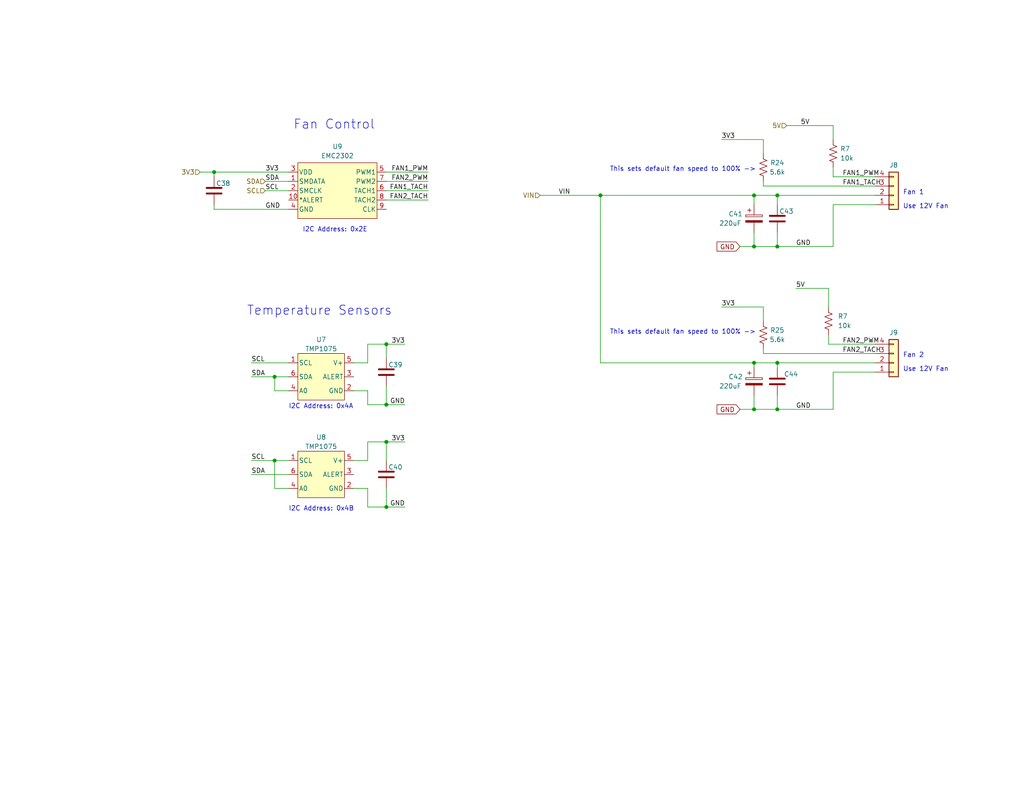
<source format=kicad_sch>
(kicad_sch (version 20250114) (generator "eeschema") (generator_version "9.0")
  (paper "A")
  (title_block (title "bitaxeHex") (date "2024-03-09") (rev "701"))
  (lib_symbols
    (symbol "Connector_Generic:Conn_01x04" (pin_names (offset 1.016) (hide yes))
      (property "Reference" "J" (at 0 5.08 0))
      (property "Value" "Conn_01x04" (at 0 -7.62 0))
      (symbol "Conn_01x04_1_1"
        (rectangle (start -1.27 3.81) (end 1.27 -6.35) (stroke (width 0.254)) (fill (type background)))
        (rectangle (start -1.27 2.667) (end 0 2.413) (stroke (width 0.1524)))
        (rectangle (start -1.27 0.127) (end 0 -0.127) (stroke (width 0.1524)))
        (rectangle (start -1.27 -2.413) (end 0 -2.667) (stroke (width 0.1524)))
        (rectangle (start -1.27 -4.953) (end 0 -5.207) (stroke (width 0.1524)))
        (pin passive line (at -5.08 2.54 0) (length 3.81) (name "Pin_1") (number "1"))
        (pin passive line (at -5.08 0 0) (length 3.81) (name "Pin_2") (number "2"))
        (pin passive line (at -5.08 -2.54 0) (length 3.81) (name "Pin_3") (number "3"))
        (pin passive line (at -5.08 -5.08 0) (length 3.81) (name "Pin_4") (number "4"))
      )
    )
    (symbol "Device:C" (pin_numbers (hide yes)) (pin_names (offset 0.254))
      (property "Reference" "C" (at 0.635 2.54 0))
      (property "Value" "C" (at 0.635 -2.54 0))
      (symbol "C_0_1"
        (polyline (pts (xy -2.032 0.762) (xy 2.032 0.762)) (stroke (width 0.508)))
        (polyline (pts (xy -2.032 -0.762) (xy 2.032 -0.762)) (stroke (width 0.508)))
      )
      (symbol "C_1_1"
        (pin passive line (at 0 3.81 270) (length 2.794) (name "~") (number "1"))
        (pin passive line (at 0 -3.81 90) (length 2.794) (name "~") (number "2"))
      )
    )
    (symbol "Device:C_Polarized" (pin_numbers (hide yes)) (pin_names (offset 0.254))
      (property "Reference" "C" (at 0.635 2.54 0))
      (property "Value" "C_Polarized" (at 0.635 -2.54 0))
      (symbol "C_Polarized_0_1"
        (rectangle (start -2.286 0.508) (end 2.286 1.016))
        (polyline (pts (xy -1.778 2.286) (xy -0.762 2.286)))
        (polyline (pts (xy -1.27 2.794) (xy -1.27 1.778)))
        (rectangle (start 2.286 -0.508) (end -2.286 -1.016) (fill (type outline)))
      )
      (symbol "C_Polarized_1_1"
        (pin passive line (at 0 3.81 270) (length 2.794) (name "~") (number "1"))
        (pin passive line (at 0 -3.81 90) (length 2.794) (name "~") (number "2"))
      )
    )
    (symbol "Device:R_US" (pin_numbers (hide yes)) (pin_names (offset 0))
      (property "Reference" "R" (at 2.54 0 90))
      (property "Value" "R_US" (at -2.54 0 90))
      (symbol "R_US_0_1"
        (polyline (pts (xy 0 2.286) (xy 0 2.54)))
        (polyline (pts (xy 0 2.286) (xy 1.016 1.905) (xy 0 1.524) (xy -1.016 1.143) (xy 0 0.762)))
        (polyline (pts (xy 0 0.762) (xy 1.016 0.381) (xy 0 0) (xy -1.016 -0.381) (xy 0 -0.762)))
        (polyline (pts (xy 0 -0.762) (xy 1.016 -1.143) (xy 0 -1.524) (xy -1.016 -1.905) (xy 0 -2.286)))
        (polyline (pts (xy 0 -2.286) (xy 0 -2.54)))
      )
      (symbol "R_US_1_1"
        (pin passive line (at 0 3.81 270) (length 1.27) (name "~") (number "1"))
        (pin passive line (at 0 -3.81 90) (length 1.27) (name "~") (number "2"))
      )
    )
    (symbol "TMP1075NDRLR_1" (pin_names (offset 0.254))
      (property "Reference" "U15" (at 0 9.525 0))
      (property "Value" "TMP1075" (at 0 6.985 0))
      (symbol "TMP1075NDRLR_1_1_1"
        (rectangle (start -6.35 5.08) (end 6.35 -7.62) (fill (type background)))
        (pin input line (at -8.89 2.54 0) (length 2.54) (name "SCL") (number "1"))
        (pin bidirectional line (at -8.89 -1.27 0) (length 2.54) (name "SDA") (number "6"))
        (pin input line (at -8.89 -5.08 0) (length 2.54) (name "A0") (number "4"))
        (pin power_in line (at 8.89 2.54 180) (length 2.54) (name "V+") (number "5"))
        (pin output line (at 8.89 -1.27 180) (length 2.54) (name "ALERT") (number "3"))
        (pin power_out line (at 8.89 -5.08 180) (length 2.54) (name "GND") (number "2"))
      )
    )
    (symbol "bitaxe:EMC2302-2-AIZL-TR" (pin_names (offset 0.254))
      (property "Reference" "U" (at -8.89 8.89 0))
      (property "Value" "EMC2302-2-AIZL-TR" (at 7.62 -8.89 0))
      (symbol "EMC2302-2-AIZL-TR_0_1"
        (pin power_in line (at -11.43 5.08 0) (length 2.54) (name "VDD") (number "3"))
        (pin bidirectional line (at -11.43 2.54 0) (length 2.54) (name "SMDATA") (number "1"))
        (pin input line (at -11.43 0 0) (length 2.54) (name "SMCLK") (number "2"))
        (pin output line (at -11.43 -2.54 0) (length 2.54) (name "*ALERT") (number "10"))
        (pin power_in line (at -11.43 -5.08 0) (length 2.54) (name "GND") (number "4"))
        (pin output line (at 15.24 5.08 180) (length 2.54) (name "PWM1") (number "5"))
        (pin output line (at 15.24 2.54 180) (length 2.54) (name "PWM2") (number "7"))
        (pin input line (at 15.24 0 180) (length 2.54) (name "TACH1") (number "6"))
        (pin input line (at 15.24 -2.54 180) (length 2.54) (name "TACH2") (number "8"))
        (pin bidirectional line (at 15.24 -5.08 180) (length 2.54) (name "CLK") (number "9"))
      )
      (symbol "EMC2302-2-AIZL-TR_1_1"
        (rectangle (start -8.89 7.62) (end 12.7 -7.62) (fill (type background)))
      )
    )
  )
  (text "I2C Address: 0x2E" (at 82.55 63.5 0) (effects (font (size 1.27 1.27)) (justify left bottom)))
  (text "Temperature Sensors" (at 67.31 86.36 0) (effects (font (size 2.5 2.5)) (justify left bottom)))
  (text "I2C Address: 0x4A" (at 78.74 111.76 0) (effects (font (size 1.27 1.27)) (justify left bottom)))
  (text "Fan Control" (at 80.01 35.56 0) (effects (font (size 2.5 2.5)) (justify left bottom)))
  (text "Fan 1" (at 246.38 53.34 0) (effects (font (size 1.27 1.27)) (justify left bottom)))
  (text "Use 12V Fan" (at 246.38 57.15 0) (effects (font (size 1.27 1.27)) (justify left bottom)))
  (text "Use 12V Fan" (at 246.38 101.6 0) (effects (font (size 1.27 1.27)) (justify left bottom)))
  (text "This sets default fan speed to 100% ->" (at 166.37 46.99 0) (effects (font (size 1.27 1.27)) (justify left bottom)))
  (text "Fan 2" (at 246.38 97.79 0) (effects (font (size 1.27 1.27)) (justify left bottom)))
  (text "This sets default fan speed to 100% ->" (at 166.37 91.44 0) (effects (font (size 1.27 1.27)) (justify left bottom)))
  (text "I2C Address: 0x4B" (at 78.74 139.7 0) (effects (font (size 1.27 1.27)) (justify left bottom)))
  (junction (at 205.74 111.76))
  (junction (at 212.09 111.76))
  (junction (at 58.42 46.99))
  (junction (at 105.41 110.49))
  (junction (at 205.74 99.06))
  (junction (at 74.93 125.73))
  (junction (at 212.09 53.34))
  (junction (at 212.09 99.06))
  (junction (at 205.74 53.34))
  (junction (at 105.41 120.65))
  (junction (at 163.83 53.34))
  (junction (at 105.41 138.43))
  (junction (at 74.93 102.87))
  (junction (at 105.41 93.98))
  (junction (at 205.74 67.31))
  (junction (at 212.09 67.31))
  (wire (pts (xy 58.42 55.88) (xy 58.42 57.15)))
  (wire (pts (xy 100.33 120.65) (xy 105.41 120.65)))
  (wire (pts (xy 205.74 107.95) (xy 205.74 111.76)))
  (wire (pts (xy 54.61 46.99) (xy 58.42 46.99)))
  (wire (pts (xy 72.39 52.07) (xy 78.74 52.07)))
  (wire (pts (xy 205.74 63.5) (xy 205.74 67.31)))
  (wire (pts (xy 227.33 38.1) (xy 227.33 34.29)))
  (wire (pts (xy 72.39 49.53) (xy 78.74 49.53)))
  (wire (pts (xy 208.28 95.25) (xy 208.28 96.52)))
  (wire (pts (xy 100.33 110.49) (xy 105.41 110.49)))
  (wire (pts (xy 205.74 99.06) (xy 212.09 99.06)))
  (wire (pts (xy 205.74 67.31) (xy 212.09 67.31)))
  (wire (pts (xy 58.42 46.99) (xy 78.74 46.99)))
  (wire (pts (xy 74.93 125.73) (xy 78.74 125.73)))
  (wire (pts (xy 201.93 111.76) (xy 205.74 111.76)))
  (wire (pts (xy 212.09 99.06) (xy 238.76 99.06)))
  (wire (pts (xy 105.41 54.61) (xy 116.84 54.61)))
  (wire (pts (xy 217.17 78.74) (xy 226.06 78.74)))
  (wire (pts (xy 100.33 93.98) (xy 105.41 93.98)))
  (wire (pts (xy 105.41 46.99) (xy 116.84 46.99)))
  (wire (pts (xy 68.58 125.73) (xy 74.93 125.73)))
  (wire (pts (xy 227.33 45.72) (xy 227.33 48.26)))
  (wire (pts (xy 100.33 99.06) (xy 100.33 93.98)))
  (wire (pts (xy 96.52 106.68) (xy 100.33 106.68)))
  (wire (pts (xy 226.06 91.44) (xy 226.06 93.98)))
  (wire (pts (xy 208.28 87.63) (xy 208.28 83.82)))
  (wire (pts (xy 208.28 50.8) (xy 238.76 50.8)))
  (wire (pts (xy 74.93 125.73) (xy 74.93 133.35)))
  (wire (pts (xy 205.74 53.34) (xy 212.09 53.34)))
  (wire (pts (xy 96.52 99.06) (xy 100.33 99.06)))
  (wire (pts (xy 205.74 111.76) (xy 212.09 111.76)))
  (wire (pts (xy 100.33 133.35) (xy 100.33 138.43)))
  (wire (pts (xy 227.33 55.88) (xy 227.33 67.31)))
  (wire (pts (xy 208.28 41.91) (xy 208.28 38.1)))
  (wire (pts (xy 105.41 120.65) (xy 110.49 120.65)))
  (wire (pts (xy 74.93 106.68) (xy 74.93 102.87)))
  (wire (pts (xy 100.33 138.43) (xy 105.41 138.43)))
  (wire (pts (xy 78.74 133.35) (xy 74.93 133.35)))
  (wire (pts (xy 163.83 53.34) (xy 205.74 53.34)))
  (wire (pts (xy 212.09 99.06) (xy 212.09 100.33)))
  (wire (pts (xy 74.93 102.87) (xy 78.74 102.87)))
  (wire (pts (xy 227.33 48.26) (xy 238.76 48.26)))
  (wire (pts (xy 205.74 99.06) (xy 205.74 100.33)))
  (wire (pts (xy 226.06 93.98) (xy 238.76 93.98)))
  (wire (pts (xy 105.41 110.49) (xy 110.49 110.49)))
  (wire (pts (xy 105.41 133.35) (xy 105.41 138.43)))
  (wire (pts (xy 105.41 120.65) (xy 105.41 125.73)))
  (wire (pts (xy 163.83 53.34) (xy 163.83 99.06)))
  (wire (pts (xy 212.09 111.76) (xy 227.33 111.76)))
  (wire (pts (xy 58.42 57.15) (xy 78.74 57.15)))
  (wire (pts (xy 212.09 53.34) (xy 212.09 55.88)))
  (wire (pts (xy 214.63 34.29) (xy 227.33 34.29)))
  (wire (pts (xy 227.33 55.88) (xy 238.76 55.88)))
  (wire (pts (xy 105.41 52.07) (xy 116.84 52.07)))
  (wire (pts (xy 100.33 106.68) (xy 100.33 110.49)))
  (wire (pts (xy 196.85 38.1) (xy 208.28 38.1)))
  (wire (pts (xy 212.09 53.34) (xy 238.76 53.34)))
  (wire (pts (xy 68.58 102.87) (xy 74.93 102.87)))
  (wire (pts (xy 96.52 125.73) (xy 100.33 125.73)))
  (wire (pts (xy 227.33 101.6) (xy 238.76 101.6)))
  (wire (pts (xy 208.28 49.53) (xy 208.28 50.8)))
  (wire (pts (xy 105.41 93.98) (xy 105.41 97.79)))
  (wire (pts (xy 212.09 107.95) (xy 212.09 111.76)))
  (wire (pts (xy 78.74 106.68) (xy 74.93 106.68)))
  (wire (pts (xy 227.33 101.6) (xy 227.33 111.76)))
  (wire (pts (xy 58.42 46.99) (xy 58.42 48.26)))
  (wire (pts (xy 226.06 78.74) (xy 226.06 83.82)))
  (wire (pts (xy 147.32 53.34) (xy 163.83 53.34)))
  (wire (pts (xy 96.52 133.35) (xy 100.33 133.35)))
  (wire (pts (xy 201.93 67.31) (xy 205.74 67.31)))
  (wire (pts (xy 163.83 99.06) (xy 205.74 99.06)))
  (wire (pts (xy 105.41 138.43) (xy 110.49 138.43)))
  (wire (pts (xy 205.74 53.34) (xy 205.74 55.88)))
  (wire (pts (xy 208.28 96.52) (xy 238.76 96.52)))
  (wire (pts (xy 212.09 67.31) (xy 227.33 67.31)))
  (wire (pts (xy 68.58 99.06) (xy 78.74 99.06)))
  (wire (pts (xy 105.41 49.53) (xy 116.84 49.53)))
  (wire (pts (xy 196.85 83.82) (xy 208.28 83.82)))
  (wire (pts (xy 105.41 93.98) (xy 110.49 93.98)))
  (wire (pts (xy 100.33 125.73) (xy 100.33 120.65)))
  (wire (pts (xy 68.58 129.54) (xy 78.74 129.54)))
  (wire (pts (xy 212.09 63.5) (xy 212.09 67.31)))
  (wire (pts (xy 105.41 105.41) (xy 105.41 110.49)))
  (label "GND" (at 110.49 110.49 180))
  (label "SCL" (at 72.39 52.07 0))
  (label "GND" (at 72.39 57.15 0))
  (label "FAN1_TACH" (at 116.84 52.07 180))
  (label "3V3" (at 110.49 93.98 180))
  (label "SDA" (at 68.58 129.54 0))
  (label "3V3" (at 196.85 38.1 0))
  (label "SCL" (at 68.58 99.06 0))
  (label "SDA" (at 68.58 102.87 0))
  (label "FAN2_PWM" (at 116.84 49.53 180))
  (label "SCL" (at 68.58 125.73 0))
  (label "GND" (at 217.17 67.31 0))
  (label "5V" (at 218.44 34.29 0))
  (label "FAN1_PWM" (at 229.87 48.26 0))
  (label "FAN1_PWM" (at 116.84 46.99 180))
  (label "FAN2_TACH" (at 229.87 96.52 0))
  (label "SDA" (at 72.39 49.53 0))
  (label "FAN2_TACH" (at 116.84 54.61 180))
  (label "GND" (at 110.49 138.43 180))
  (label "3V3" (at 196.85 83.82 0))
  (label "3V3" (at 110.49 120.65 180))
  (label "GND" (at 217.17 111.76 0))
  (label "3V3" (at 72.39 46.99 0))
  (label "FAN2_PWM" (at 229.87 93.98 0))
  (label "VIN" (at 152.4 53.34 0))
  (label "5V" (at 217.17 78.74 0))
  (label "FAN1_TACH" (at 229.87 50.8 0))
  (global_label "GND" (shape input) (at 201.93 111.76 180) (property "Intersheetrefs" "${INTERSHEET_REFS}" (effects (hide yes))))
  (global_label "GND" (shape input) (at 201.93 67.31 180) (property "Intersheetrefs" "${INTERSHEET_REFS}" (effects (hide yes))))
  (hierarchical_label "5V" (shape input) (at 214.63 34.29 180))
  (hierarchical_label "VIN" (shape input) (at 147.32 53.34 180))
  (hierarchical_label "SCL" (shape input) (at 72.39 52.07 180))
  (hierarchical_label "SDA" (shape input) (at 72.39 49.53 180))
  (hierarchical_label "3V3" (shape input) (at 54.61 46.99 180))
  (symbol (lib_id "bitaxe:EMC2302-2-AIZL-TR") (at 90.17 52.07 0) (unit 1)
    (property "Reference" "U9" (at 92.075 40.005 0))
    (property "Value" "EMC2302" (at 92.075 42.545 0))
    (property "Footprint" "Package_SO:MSOP-10_3x3mm_P0.5mm" (effects (hide yes)))
    (property "Datasheet" "https://ww1.microchip.com/downloads/aemDocuments/documents/MSLD/ProductDocuments/DataSheets/EMC2301-2-3-5-Data-Sheet-DS20006532A.pdf" (effects (hide yes)))
    (property "DK" "EMC2302-2-AIZL-CT-ND" (effects (hide yes)))
    (property "PARTNO" "EMC2302-2-AIZL-TR" (effects (hide yes)))
  )
  (symbol (lib_id "Device:R_US") (at 227.33 41.91 180) (unit 1)
    (property "Reference" "R27" (at 229.235 40.64 0) (effects (justify right)))
    (property "Value" "10k" (at 229.235 43.18 0) (effects (justify right)))
    (property "Footprint" "Resistor_SMD:R_0402_1005Metric" (effects (hide yes)))
    (property "DK" "311-10KJRCT-ND" (effects (hide yes)))
    (property "PARTNO" "RC0402JR-0710KL" (effects (hide yes)))
    (instances (project "esp32" (path "" (reference "R7") (unit 1))) (project "bitaxeHex" (path "" (reference "R27") (unit 1))))
  )
  (symbol (lib_id "Device:C_Polarized") (at 205.74 104.14 0) (unit 1)
    (property "Reference" "C42" (at 198.755 102.87 0) (effects (justify left)))
    (property "Value" "220uF" (at 196.215 105.41 0) (effects (justify left)))
    (property "Footprint" "Capacitor_SMD:CP_Elec_6.3x7.7" (effects (hide yes)))
    (property "Datasheet" "https://www.we-online.com/components/products/datasheet/865080345012.pdf" (effects (hide yes)))
    (property "DK" "732-8422-1-ND" (effects (hide yes)))
    (property "PARTNO" "865080345012" (effects (hide yes)))
    (property "HEIGHT" "7.7mm" (effects (hide yes)))
  )
  (symbol (lib_id "Device:R_US") (at 208.28 45.72 180) (unit 1)
    (property "Reference" "R24" (at 212.09 44.45 0))
    (property "Value" "5.6k" (at 212.09 46.99 0))
    (property "Footprint" "Resistor_SMD:R_0402_1005Metric" (effects (hide yes)))
    (property "DK" "13-RC0402FR-135K6LCT-ND" (effects (hide yes)))
    (property "PARTNO" "RC0402FR-135K6L" (effects (hide yes)))
  )
  (symbol (lib_id "Device:C") (at 105.41 101.6 0) (mirror y) (unit 1)
    (property "Reference" "C39" (at 109.855 100.33 0) (effects (justify left bottom)))
    (property "Value" "311-3342-1-ND" (effects (hide yes)))
    (property "Footprint" "Capacitor_SMD:C_0402_1005Metric" (effects (hide yes)))
    (property "DK" "478-KGM05AR71C104KHCT-ND" (effects (hide yes)))
    (property "PARTNO" "KGM05AR71C104KH" (effects (hide yes)))
  )
  (symbol (lib_id "Device:C") (at 58.42 52.07 0) (mirror y) (unit 1)
    (property "Reference" "C38" (at 62.865 50.8 0) (effects (justify left bottom)))
    (property "Value" "311-3342-1-ND" (effects (hide yes)))
    (property "Footprint" "Capacitor_SMD:C_0402_1005Metric" (effects (hide yes)))
    (property "DK" "478-KGM05AR71C104KHCT-ND" (effects (hide yes)))
    (property "PARTNO" "KGM05AR71C104KH" (effects (hide yes)))
  )
  (symbol (lib_id "Device:C") (at 212.09 59.69 0) (mirror y) (unit 1)
    (property "Reference" "C43" (at 216.535 58.42 0) (effects (justify left bottom)))
    (property "Value" "311-3342-1-ND" (effects (hide yes)))
    (property "Footprint" "Capacitor_SMD:C_0402_1005Metric" (effects (hide yes)))
    (property "DK" "478-KGM05AR71C104KHCT-ND" (effects (hide yes)))
    (property "PARTNO" "KGM05AR71C104KH" (effects (hide yes)))
  )
  (symbol (lib_name "TMP1075NDRLR_1") (lib_id "bitaxe:TMP1075NDRLR") (at 87.63 128.27 0) (unit 1)
    (property "Reference" "U8" (at 87.63 119.38 0))
    (property "Value" "TMP1075" (at 87.63 121.92 0))
    (property "Footprint" "bitaxe:SOT5X3-6_DRL_TEX" (effects (hide yes)))
    (property "Datasheet" "https://www.ti.com/lit/ds/symlink/tmp1075.pdf" (effects (hide yes)))
    (property "DK" "296-TMP1075NDRLRCT-ND" (effects (hide yes)))
    (property "PARTNO" "TMP1075NDRLR" (effects (hide yes)))
  )
  (symbol (lib_id "Device:C") (at 212.09 104.14 0) (mirror y) (unit 1)
    (property "Reference" "C44" (at 217.805 102.87 0) (effects (justify left bottom)))
    (property "Value" "311-3342-1-ND" (effects (hide yes)))
    (property "Footprint" "Capacitor_SMD:C_0402_1005Metric" (effects (hide yes)))
    (property "DK" "478-KGM05AR71C104KHCT-ND" (effects (hide yes)))
    (property "PARTNO" "KGM05AR71C104KH" (effects (hide yes)))
  )
  (symbol (lib_id "Device:R_US") (at 208.28 91.44 180) (unit 1)
    (property "Reference" "R25" (at 212.09 90.17 0))
    (property "Value" "5.6k" (at 212.09 92.71 0))
    (property "Footprint" "Resistor_SMD:R_0402_1005Metric" (effects (hide yes)))
    (property "DK" "13-RC0402FR-135K6LCT-ND" (effects (hide yes)))
    (property "PARTNO" "RC0402FR-135K6L" (effects (hide yes)))
  )
  (symbol (lib_id "Device:R_US") (at 226.06 87.63 180) (unit 1)
    (property "Reference" "R26" (at 228.6 86.36 0) (effects (justify right)))
    (property "Value" "10k" (at 228.6 88.9 0) (effects (justify right)))
    (property "Footprint" "Resistor_SMD:R_0402_1005Metric" (effects (hide yes)))
    (property "DK" "311-10KJRCT-ND" (effects (hide yes)))
    (property "PARTNO" "RC0402JR-0710KL" (effects (hide yes)))
    (instances (project "esp32" (path "" (reference "R7") (unit 1))) (project "bitaxeHex" (path "" (reference "R26") (unit 1))))
  )
  (symbol (lib_id "Connector_Generic:Conn_01x04") (at 243.84 53.34 0) (mirror x) (unit 1)
    (property "Reference" "J8" (at 243.84 45.085 0))
    (property "Value" "Conn_01x04" (effects (hide yes)))
    (property "Footprint" "bitaxe:470531000" (effects (hide yes)))
    (property "PARTNO" "0470531000" (effects (hide yes)))
    (property "DK" "WM4330-ND" (effects (hide yes)))
  )
  (symbol (lib_id "Connector_Generic:Conn_01x04") (at 243.84 99.06 0) (mirror x) (unit 1)
    (property "Reference" "J9" (at 243.84 90.805 0))
    (property "Value" "Conn_01x04" (effects (hide yes)))
    (property "Footprint" "bitaxe:470531000" (effects (hide yes)))
    (property "PARTNO" "0470531000" (effects (hide yes)))
    (property "DK" "WM4330-ND" (effects (hide yes)))
  )
  (symbol (lib_id "Device:C") (at 105.41 129.54 0) (mirror y) (unit 1)
    (property "Reference" "C40" (at 109.855 128.27 0) (effects (justify left bottom)))
    (property "Value" "311-3342-1-ND" (effects (hide yes)))
    (property "Footprint" "Capacitor_SMD:C_0402_1005Metric" (effects (hide yes)))
    (property "DK" "478-KGM05AR71C104KHCT-ND" (effects (hide yes)))
    (property "PARTNO" "KGM05AR71C104KH" (effects (hide yes)))
  )
  (symbol (lib_name "TMP1075NDRLR_1") (lib_id "bitaxe:TMP1075NDRLR") (at 87.63 101.6 0) (unit 1)
    (property "Reference" "U7" (at 87.63 92.71 0))
    (property "Value" "TMP1075" (at 87.63 95.25 0))
    (property "Footprint" "bitaxe:SOT5X3-6_DRL_TEX" (effects (hide yes)))
    (property "Datasheet" "https://www.ti.com/lit/ds/symlink/tmp1075.pdf" (effects (hide yes)))
    (property "DK" "296-TMP1075NDRLRCT-ND" (effects (hide yes)))
    (property "PARTNO" "TMP1075NDRLR" (effects (hide yes)))
  )
  (symbol (lib_id "Device:C_Polarized") (at 205.74 59.69 0) (unit 1)
    (property "Reference" "C41" (at 198.755 58.42 0) (effects (justify left)))
    (property "Value" "220uF" (at 196.215 60.96 0) (effects (justify left)))
    (property "Footprint" "Capacitor_SMD:CP_Elec_6.3x7.7" (effects (hide yes)))
    (property "Datasheet" "https://www.we-online.com/components/products/datasheet/865080345012.pdf" (effects (hide yes)))
    (property "DK" "732-8422-1-ND" (effects (hide yes)))
    (property "PARTNO" "865080345012" (effects (hide yes)))
    (property "HEIGHT" "7.7mm" (effects (hide yes)))
  )
)
</source>
